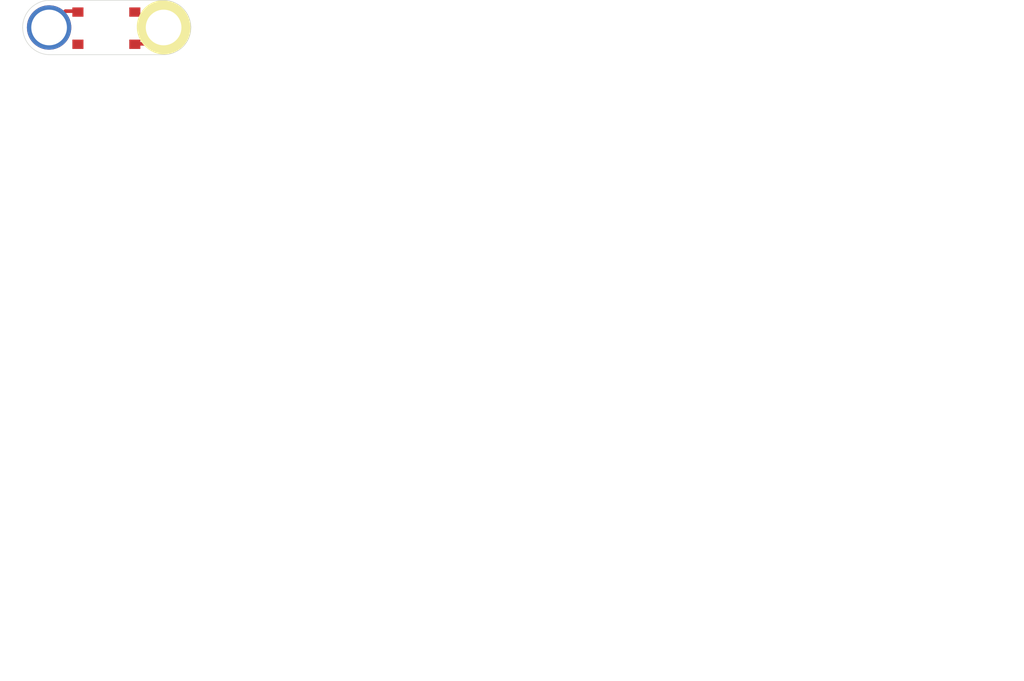
<source format=kicad_pcb>
(kicad_pcb (version 20171130) (host pcbnew 5.0.0-fee4fd1~66~ubuntu16.04.1)

  (general
    (thickness 1.6)
    (drawings 1)
    (tracks 0)
    (zones 0)
    (modules 1)
    (nets 3)
  )

  (page USLetter)
  (title_block
    (title "1x3 Momentary Pushbutton SMT Module")
    (date "23 May 2017")
    (rev "v1.2")
    (company "CERN Open Hardware License v1.2.")
    (comment 1 "help@browndoggadgets.com")
    (comment 2 "http://browndoggadgets.com/")
    (comment 3 "Brown Dog Gadgets")
  )

  (layers
    (0 F.Cu signal)
    (31 B.Cu signal)
    (34 B.Paste user)
    (35 F.Paste user)
    (36 B.SilkS user)
    (37 F.SilkS user)
    (38 B.Mask user)
    (39 F.Mask user)
    (40 Dwgs.User user)
    (44 Edge.Cuts user)
    (46 B.CrtYd user)
    (47 F.CrtYd user)
    (48 B.Fab user)
    (49 F.Fab user)
  )

  (setup
    (last_trace_width 0.254)
    (user_trace_width 0.1524)
    (user_trace_width 0.254)
    (user_trace_width 0.3302)
    (user_trace_width 0.508)
    (user_trace_width 0.762)
    (user_trace_width 1.27)
    (trace_clearance 0.254)
    (zone_clearance 0.508)
    (zone_45_only no)
    (trace_min 0.1524)
    (segment_width 0.1524)
    (edge_width 0.1524)
    (via_size 0.6858)
    (via_drill 0.3302)
    (via_min_size 0.6858)
    (via_min_drill 0.3302)
    (user_via 0.6858 0.3302)
    (user_via 0.762 0.4064)
    (user_via 0.8636 0.508)
    (uvia_size 0.6858)
    (uvia_drill 0.3302)
    (uvias_allowed no)
    (uvia_min_size 0)
    (uvia_min_drill 0)
    (pcb_text_width 0.1524)
    (pcb_text_size 1.016 1.016)
    (mod_edge_width 0.1524)
    (mod_text_size 1.016 1.016)
    (mod_text_width 0.1524)
    (pad_size 1.524 1.524)
    (pad_drill 0.762)
    (pad_to_mask_clearance 0.0762)
    (solder_mask_min_width 0.1016)
    (pad_to_paste_clearance -0.0762)
    (aux_axis_origin 0 0)
    (visible_elements FFFEDF7D)
    (pcbplotparams
      (layerselection 0x310fc_80000001)
      (usegerberextensions true)
      (usegerberattributes false)
      (usegerberadvancedattributes false)
      (creategerberjobfile false)
      (excludeedgelayer true)
      (linewidth 0.100000)
      (plotframeref false)
      (viasonmask false)
      (mode 1)
      (useauxorigin false)
      (hpglpennumber 1)
      (hpglpenspeed 20)
      (hpglpendiameter 15.000000)
      (psnegative false)
      (psa4output false)
      (plotreference true)
      (plotvalue true)
      (plotinvisibletext false)
      (padsonsilk false)
      (subtractmaskfromsilk false)
      (outputformat 1)
      (mirror false)
      (drillshape 0)
      (scaleselection 1)
      (outputdirectory "gerbers"))
  )

  (net 0 "")
  (net 1 /1)
  (net 2 /2)

  (net_class Default "This is the default net class."
    (clearance 0.254)
    (trace_width 0.254)
    (via_dia 0.6858)
    (via_drill 0.3302)
    (uvia_dia 0.6858)
    (uvia_drill 0.3302)
    (add_net /1)
    (add_net /2)
  )

  (module Crazy_Circuits:SWITCH-6mm-SQUARE-PTS645-SMT-1x3 (layer F.Cu) (tedit 5BA96813) (tstamp 59251859)
    (at 6.987 30.099)
    (descr "2x4 Pushbutton B3FS-4000 SMT")
    (tags "2x4 Pushbutton B3FS-4000 SMT")
    (path /5877E7CA)
    (fp_text reference SW1 (at 7.9502 0.0254) (layer F.Fab)
      (effects (font (size 1 1) (thickness 0.15)))
    )
    (fp_text value PTS645 (at 8.1026 0) (layer F.Fab) hide
      (effects (font (size 1 1) (thickness 0.15)))
    )
    (fp_arc (start 0 0) (end 1.3 -2.4) (angle -230.6919655) (layer F.Mask) (width 0.8))
    (fp_arc (start 16 0) (end 14.7 2.4) (angle -230.6919655) (layer F.Mask) (width 0.8))
    (fp_line (start 2.286 -2.286) (end 0 0) (layer F.Cu) (width 0.5))
    (fp_line (start 4.064 -2.286) (end 2.286 -2.286) (layer F.Cu) (width 0.5))
    (fp_line (start 11.0254 3.0456) (end 5.0254 3.0456) (layer F.Fab) (width 0.04064))
    (fp_line (start 11.0254 -2.9544) (end 11.0254 3.0456) (layer F.Fab) (width 0.04064))
    (fp_line (start 5.0254 -2.9544) (end 11.0254 -2.9544) (layer F.Fab) (width 0.04064))
    (fp_line (start 5.0254 3.0456) (end 5.0254 -2.9544) (layer F.Fab) (width 0.04064))
    (fp_arc (start 0.106632 -0.00018) (end -3.693368 0.09982) (angle 89.9) (layer Edge.Cuts) (width 0.08))
    (fp_arc (start 0.111824 0) (end 0 3.8) (angle 88.31442243) (layer Edge.Cuts) (width 0.08))
    (fp_arc (start 16 0) (end 19.8 -0.1) (angle 91.50743576) (layer Edge.Cuts) (width 0.08))
    (fp_arc (start 16 0) (end 15.9 -3.8) (angle 91.50743576) (layer Edge.Cuts) (width 0.08))
    (fp_line (start 15.9 -3.8) (end 0 -3.8) (layer Edge.Cuts) (width 0.08))
    (fp_line (start 16.1 3.8) (end 0 3.8) (layer Edge.Cuts) (width 0.08))
    (fp_arc (start 0.106632 -0.00018) (end -3.693368 0.09982) (angle 89.9) (layer F.Fab) (width 0.04064))
    (fp_arc (start 0.111824 0) (end 0 3.8) (angle 88.31442243) (layer F.Fab) (width 0.04064))
    (fp_arc (start 16 0) (end 19.8 -0.1) (angle 91.50743576) (layer F.Fab) (width 0.04064))
    (fp_arc (start 16 0) (end 15.9 -3.8) (angle 91.50743576) (layer F.Fab) (width 0.04064))
    (fp_line (start 15.9 -3.8) (end 0 -3.8) (layer F.Fab) (width 0.04064))
    (fp_line (start 16 3.8) (end 0 3.8) (layer F.Fab) (width 0.04064))
    (fp_line (start 16.102 0.0238) (end 16.002 -0.0762) (layer F.SilkS) (width 7.5))
    (fp_line (start 11.938 2.286) (end 13.716 2.286) (layer F.Cu) (width 0.5))
    (fp_line (start 13.716 2.286) (end 16.002 0) (layer F.Cu) (width 0.5))
    (pad 1 thru_hole circle (at 0 0 270) (size 6.2 6.2) (drill 4.98) (layers *.Cu B.Mask)
      (net 1 /1) (solder_mask_margin 0.0254))
    (pad "" np_thru_hole circle (at 8 0 270) (size 4.98 4.98) (drill 4.98) (layers *.Cu))
    (pad 3 smd rect (at 4.0254 2.3456) (size 1.55 1.3) (layers F.Cu F.Paste F.Mask)
      (net 2 /2) (solder_mask_margin 0.0762))
    (pad 1 smd rect (at 4.0254 -2.1544) (size 1.55 1.3) (layers F.Cu F.Paste F.Mask)
      (net 1 /1) (solder_mask_margin 0.0762))
    (pad 4 smd rect (at 11.9754 2.3456) (size 1.55 1.3) (layers F.Cu F.Paste F.Mask)
      (net 2 /2) (solder_mask_margin 0.0762))
    (pad 2 smd rect (at 11.9754 -2.1544) (size 1.55 1.3) (layers F.Cu F.Paste F.Mask)
      (net 1 /1) (solder_mask_margin 0.0762))
    (pad 2 thru_hole circle (at 16 0 270) (size 6.2 6.2) (drill 4.98) (layers *.Cu B.Mask)
      (net 1 /1) (solder_mask_margin 0.0254))
  )

  (gr_text "FABRICATION NOTES\n\n1. THIS IS A 2 LAYER BOARD. \n2. EXTERNAL LAYERS SHALL HAVE 1 OZ COPPER.\n3. MATERIAL: FR4 AND 0.062 INCH +/- 10% THICK.\n4. BOARDS SHALL BE ROHS COMPLIANT. \n5. MANUFACTURE IN ACCORDANCE WITH IPC-6012 CLASS 2\n6. MASK: BOTH SIDES OF THE BOARD SHALL HAVE \n   SOLDER MASK (RED) OVER BARE COPPER. \n7. SILK: BOTH SIDES OF THE BOARD SHALL HAVE \n   WHITE SILKSCREEN. DO NOT PLACE SILK OVER BARE COPPER.\n8. FINISH: ENIG.\n9. MINIMUM TRACE WIDTH - 0.006 INCH.\n   MINIMUM SPACE - 0.006 INCH.\n   MINIMUM HOLE DIA - 0.013 INCH. \n10. MAX HOLE PLACEMENT TOLERANCE OF +/- 0.003 INCH.\n11. MAX HOLE DIAMETER TOLERANCE OF +/- 0.003 INCH AFTER PLATING." (at 0.127 86.741) (layer Dwgs.User)
    (effects (font (size 2.54 2.54) (thickness 0.254)) (justify left))
  )

)

</source>
